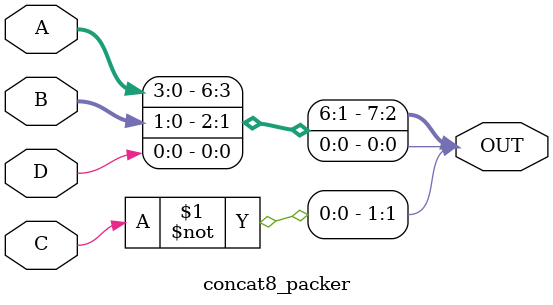
<source format=v>
module concat8_packer(
    input [3:0]A,
    input [1:0]B,
    input  C,D,
    output [7:0]OUT
);

    assign OUT = { A , B , ~C , D};
endmodule

</source>
